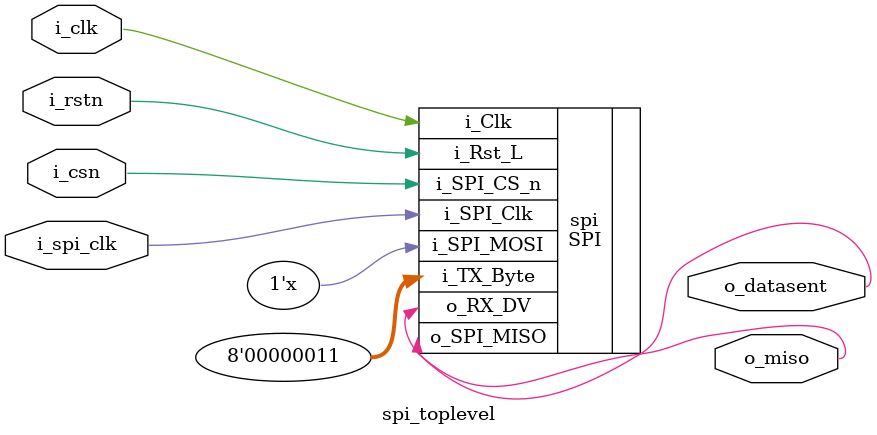
<source format=v>
/*
	Author(s): Steven Miller
	Date created: November 8 2024
	Purpose: SPI slave test
	Notes:
	Log:
		$ November 8 2024 Steven: Initial creation.
*/

module spi_toplevel
(
	input i_clk,
	input i_spi_clk,
	//input i_capturebyte,
	input i_csn,
	input i_rstn,
	//input[7:0] i_byte,
	output o_miso,
	output o_datasent

);

SPI spi
  (
   // Control/Data Signals,
   .i_Rst_L(i_rstn),    // FPGA Reset, active low
   .i_Clk(i_clk),      // FPGA Clock
   //.i_TX_DV(i_capturebyte),    // Data Valid pulse to register i_TX_Byte
   .i_TX_Byte(8'b00000011),  // Byte to serialize to MISO.
   .i_SPI_Clk(i_spi_clk),
   .i_SPI_MOSI(1'hz),
   .i_SPI_CS_n(i_csn),        // active low
	.o_RX_DV(o_datasent),    // Data Valid pulse (1 clock cycle)
   //.o_RX_Byte(),  // Byte received on MOSI
	.o_SPI_MISO(o_miso),
   );
	
endmodule
</source>
